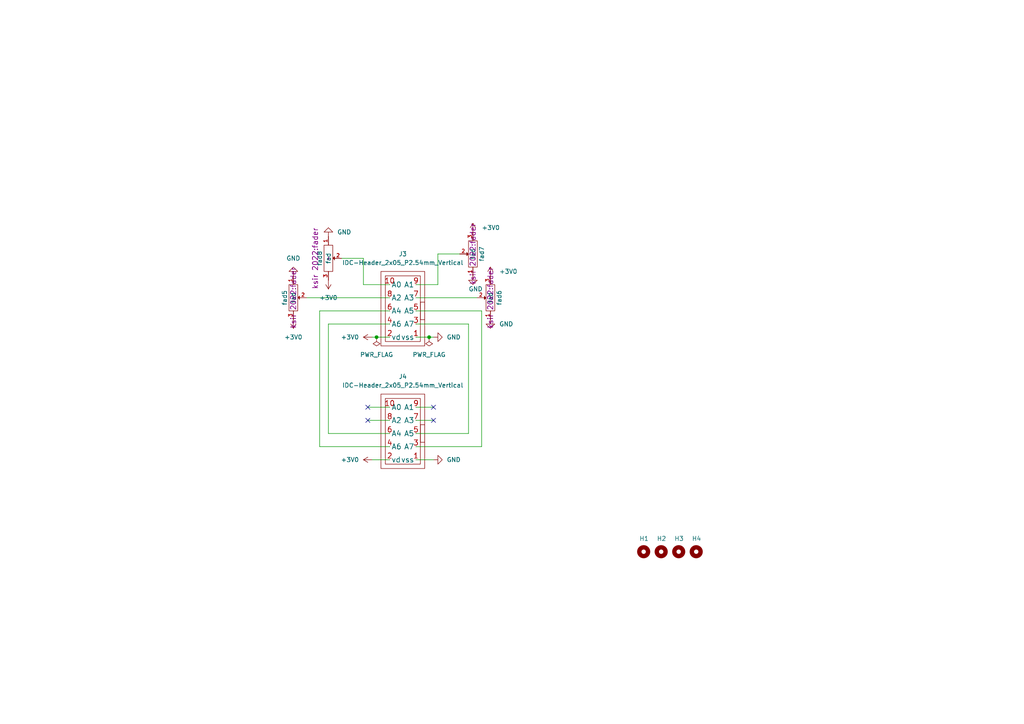
<source format=kicad_sch>
(kicad_sch (version 20230121) (generator eeschema)
  (paper "A4")
  (lib_symbols
    (symbol "IDC-Header_2x05_P2.54mm_Vertical_1"
      (property "Reference" "J*" (at 0 12.7 0))
      (property "Value" "IDC-Header_2x05_P2.54mm_Vertical_1" (at 0 -11.43 0))
      (symbol "IDC-Header_2x05_P2.54mm_Vertical_1_0_1"
        (rectangle (start -6.35 -10.16) (end 6.35 11.43))
        (rectangle (start -5.08 -8.89) (end 5.08 10.16))
        (rectangle (start 5.08 -2.54) (end 6.35 2.54))
      )
      (symbol "IDC-Header_2x05_P2.54mm_Vertical_1_1_1"
        (pin passive line (at 3.81 -7.62 180) (length 0) (name "vss") (number "1"))
        (pin passive line (at -3.81 7.62 0) (length 0) (name "A0") (number "10"))
        (pin passive line (at -3.81 -7.62 0) (length 0) (name "vd") (number "2"))
        (pin passive line (at 3.81 -3.81 180) (length 0) (name "A7") (number "3"))
        (pin passive line (at -3.81 -3.81 0) (length 0) (name "A6") (number "4"))
        (pin passive line (at 3.81 0 180) (length 0) (name "A5") (number "5"))
        (pin passive line (at -3.81 0 0) (length 0) (name "A4") (number "6"))
        (pin passive line (at 3.81 3.81 180) (length 0) (name "A3") (number "7"))
        (pin passive line (at -3.81 3.81 0) (length 0) (name "A2") (number "8"))
        (pin passive line (at 3.81 7.62 180) (length 0) (name "A1") (number "9"))
      )
    )
    (symbol "Mechanical:MountingHole" (pin_names (offset 1.016))
      (property "Reference" "H" (at 0 5.08 0))
      (property "Value" "MountingHole" (at 0 3.175 0))
      (symbol "MountingHole_0_1"
        (circle (center 0 0) (radius 1.27) (stroke (width 1.27)))
      )
    )
    (symbol "ksir_2023:IDC-Header_2x05_P2.54mm_Vertical"
      (property "Reference" "J*" (at 0 12.7 0))
      (property "Value" "IDC-Header_2x05_P2.54mm_Vertical" (at 0 -11.43 0))
      (symbol "IDC-Header_2x05_P2.54mm_Vertical_0_1"
        (rectangle (start -6.35 -10.16) (end 6.35 11.43))
        (rectangle (start -5.08 -8.89) (end 5.08 10.16))
        (rectangle (start 5.08 -2.54) (end 6.35 2.54))
      )
      (symbol "IDC-Header_2x05_P2.54mm_Vertical_1_1"
        (pin passive line (at 3.81 -7.62 180) (length 0) (name "vss") (number "1"))
        (pin passive line (at -3.81 7.62 0) (length 0) (name "A0") (number "10"))
        (pin passive line (at -3.81 -7.62 0) (length 0) (name "vd") (number "2"))
        (pin passive line (at 3.81 -3.81 180) (length 0) (name "A7") (number "3"))
        (pin passive line (at -3.81 -3.81 0) (length 0) (name "A6") (number "4"))
        (pin passive line (at 3.81 0 180) (length 0) (name "A5") (number "5"))
        (pin passive line (at -3.81 0 0) (length 0) (name "A4") (number "6"))
        (pin passive line (at 3.81 3.81 180) (length 0) (name "A3") (number "7"))
        (pin passive line (at -3.81 3.81 0) (length 0) (name "A2") (number "8"))
        (pin passive line (at 3.81 7.62 180) (length 0) (name "A1") (number "9"))
      )
    )
    (symbol "midibox-rescue:POTA" (pin_names (offset 1.016) hide)
      (property "Reference" "pot" (at 0 -2.54 0))
      (property "Value" "POTA" (at 0 0 0))
      (symbol "POTA_0_1"
        (rectangle (start -3.81 1.27) (end 3.81 -1.27))
        (polyline (pts (xy 0 1.27) (xy -0.508 1.778) (xy 0.508 1.778)) (fill (type outline)))
      )
      (symbol "POTA_1_1"
        (pin passive line (at -6.35 0 0) (length 2.54) (name "vss_masse") (number "1"))
        (pin passive line (at 0 3.81 270) (length 2.032) (name "2") (number "2"))
        (pin passive line (at 6.35 0 180) (length 2.54) (name "vd") (number "3"))
      )
    )
    (symbol "power:+3V0" (power) (pin_names (offset 0))
      (property "Value" "+3V0" (at 0 3.556 0))
      (symbol "+3V0_0_1"
        (polyline (pts (xy -0.762 1.27) (xy 0 2.54)))
        (polyline (pts (xy 0 0) (xy 0 2.54)))
        (polyline (pts (xy 0 2.54) (xy 0.762 1.27)))
      )
      (symbol "+3V0_1_1"
        (pin power_in line (at 0 0 90) (length 0) hide (name "+3V0") (number "1"))
      )
    )
    (symbol "power:GND" (power) (pin_names (offset 0))
      (property "Value" "GND" (at 0 -3.81 0))
      (symbol "GND_0_1"
        (polyline (pts (xy 0 0) (xy 0 -1.27) (xy 1.27 -1.27) (xy 0 -2.54) (xy -1.27 -1.27) (xy 0 -1.27)))
      )
      (symbol "GND_1_1"
        (pin power_in line (at 0 0 270) (length 0) hide (name "GND") (number "1"))
      )
    )
    (symbol "power:PWR_FLAG" (power) (pin_numbers hide) (pin_names (offset 0) hide)
      (property "Value" "PWR_FLAG" (at 0 3.81 0))
      (symbol "PWR_FLAG_0_0"
        (pin power_out line (at 0 0 90) (length 0) (name "pwr") (number "1"))
      )
      (symbol "PWR_FLAG_0_1"
        (polyline (pts (xy 0 0) (xy 0 1.27) (xy -1.016 1.905) (xy 0 2.54) (xy 1.016 1.905) (xy 0 1.27)))
      )
    )
  )
  (junction (at 109.22 97.79))
  (junction (at 124.46 97.79))
  (no_connect (at 106.68 118.11))
  (no_connect (at 106.68 121.92))
  (no_connect (at 125.73 121.92))
  (no_connect (at 125.73 118.11))
  (wire (pts (xy 105.41 74.93) (xy 105.41 82.55)))
  (wire (pts (xy 139.7 129.54) (xy 139.7 90.17)))
  (wire (pts (xy 92.71 90.17) (xy 92.71 129.54)))
  (wire (pts (xy 139.7 90.17) (xy 120.65 90.17)))
  (wire (pts (xy 127 73.66) (xy 133.35 73.66)))
  (wire (pts (xy 107.95 97.79) (xy 109.22 97.79)))
  (wire (pts (xy 106.68 121.92) (xy 113.03 121.92)))
  (wire (pts (xy 120.65 129.54) (xy 139.7 129.54)))
  (wire (pts (xy 88.9 86.36) (xy 113.03 86.36)))
  (wire (pts (xy 135.89 125.73) (xy 120.65 125.73)))
  (wire (pts (xy 106.68 118.11) (xy 113.03 118.11)))
  (wire (pts (xy 113.03 93.98) (xy 95.25 93.98)))
  (wire (pts (xy 135.89 93.98) (xy 135.89 125.73)))
  (wire (pts (xy 120.65 93.98) (xy 135.89 93.98)))
  (wire (pts (xy 124.46 97.79) (xy 120.65 97.79)))
  (wire (pts (xy 127 82.55) (xy 127 73.66)))
  (wire (pts (xy 120.65 82.55) (xy 127 82.55)))
  (wire (pts (xy 92.71 129.54) (xy 113.03 129.54)))
  (wire (pts (xy 120.65 118.11) (xy 125.73 118.11)))
  (wire (pts (xy 95.25 125.73) (xy 113.03 125.73)))
  (wire (pts (xy 109.22 97.79) (xy 113.03 97.79)))
  (wire (pts (xy 95.25 93.98) (xy 95.25 125.73)))
  (wire (pts (xy 105.41 82.55) (xy 113.03 82.55)))
  (wire (pts (xy 107.95 133.35) (xy 113.03 133.35)))
  (wire (pts (xy 120.65 121.92) (xy 125.73 121.92)))
  (wire (pts (xy 120.65 86.36) (xy 138.43 86.36)))
  (wire (pts (xy 113.03 90.17) (xy 92.71 90.17)))
  (wire (pts (xy 125.73 133.35) (xy 120.65 133.35)))
  (wire (pts (xy 125.73 97.79) (xy 124.46 97.79)))
  (wire (pts (xy 99.06 74.93) (xy 105.41 74.93)))
  (symbol (lib_id "power:GND") (at 125.73 97.79 90) (unit 1)
    (property "Reference" "#PWR0108" (effects hide))
    (property "Value" "GND" (at 129.54 97.7899 90) (effects (justify right)))
  )
  (symbol (lib_id "power:PWR_FLAG") (at 109.22 97.79 180) (unit 1)
    (property "Reference" "#FLG02" (effects hide))
    (property "Value" "PWR_FLAG" (at 109.22 102.87 0))
  )
  (symbol (lib_id "power:+3V0") (at 85.09 92.71 180) (unit 1)
    (property "Reference" "#PWR0107" (effects hide))
    (property "Value" "+3V0" (at 85.09 97.79 0))
  )
  (symbol (lib_id "Mechanical:MountingHole") (at 196.85 160.02 0) (unit 1)
    (property "Reference" "H3" (at 195.58 156.21 0) (effects (justify left)))
    (property "Value" "MountingHole" (effects hide))
    (property "Footprint" "MountingHole:MountingHole_3.2mm_M3" (effects hide))
  )
  (symbol (lib_id "midibox-rescue:POTA") (at 137.16 73.66 90) (unit 1)
    (property "Reference" "fad7" (at 139.7 73.66 0))
    (property "Value" "fad" (at 137.16 73.66 0))
    (property "Footprint" "ksir 2022:fader" (at 137.16 73.66 0) (effects (font (size 1.524 1.524))))
    (property "Datasheet" "~" (at 137.16 73.66 0) (effects (font (size 1.524 1.524))))
  )
  (symbol (lib_id "midibox-rescue:POTA") (at 95.25 74.93 270) (unit 1)
    (property "Reference" "fad8" (at 92.71 74.93 0))
    (property "Value" "fad" (at 95.25 74.93 0))
    (property "Footprint" "ksir 2022:fader" (at 91.44 74.93 0) (effects (font (size 1.524 1.524))))
    (property "Datasheet" "~" (at 95.25 74.93 0) (effects (font (size 1.524 1.524))))
  )
  (symbol (lib_id "power:GND") (at 125.73 133.35 90) (unit 1)
    (property "Reference" "#PWR0104" (effects hide))
    (property "Value" "GND" (at 129.54 133.3499 90) (effects (justify right)))
  )
  (symbol (lib_id "power:+3V0") (at 137.16 67.31 0) (unit 1)
    (property "Reference" "#PWR0109" (effects hide))
    (property "Value" "+3V0" (at 139.7 66.0399 0) (effects (justify left)))
  )
  (symbol (lib_id "Mechanical:MountingHole") (at 191.77 160.02 0) (unit 1)
    (property "Reference" "H2" (at 190.5 156.21 0) (effects (justify left)))
    (property "Value" "MountingHole" (effects hide))
    (property "Footprint" "MountingHole:MountingHole_3.2mm_M3" (effects hide))
  )
  (symbol (lib_id "power:+3V0") (at 95.25 81.28 180) (unit 1)
    (property "Reference" "#PWR0102" (effects hide))
    (property "Value" "+3V0" (at 95.25 86.36 0))
  )
  (symbol (lib_id "power:PWR_FLAG") (at 124.46 97.79 180) (unit 1)
    (property "Reference" "#FLG01" (effects hide))
    (property "Value" "PWR_FLAG" (at 124.46 102.87 0))
  )
  (symbol (lib_id "power:+3V0") (at 107.95 97.79 90) (unit 1)
    (property "Reference" "#PWR0106" (effects hide))
    (property "Value" "+3V0" (at 104.14 97.7899 90) (effects (justify left)))
  )
  (symbol (lib_id "power:+3V0") (at 142.24 80.01 0) (unit 1)
    (property "Reference" "#PWR0111" (effects hide))
    (property "Value" "+3V0" (at 144.78 78.7399 0) (effects (justify left)))
  )
  (symbol (lib_id "midibox-rescue:POTA") (at 85.09 86.36 270) (unit 1)
    (property "Reference" "fad5" (at 82.55 86.36 0))
    (property "Value" "fad" (at 85.09 86.36 0))
    (property "Footprint" "ksir 2022:fader" (at 85.09 86.36 0) (effects (font (size 1.524 1.524))))
    (property "Datasheet" "~" (at 85.09 86.36 0) (effects (font (size 1.524 1.524))))
  )
  (symbol (lib_name "IDC-Header_2x05_P2.54mm_Vertical_1") (lib_id "ksir_2023:IDC-Header_2x05_P2.54mm_Vertical") (at 116.84 90.17 0) (unit 1)
    (property "Reference" "J3" (at 116.84 73.66 0))
    (property "Value" "IDC-Header_2x05_P2.54mm_Vertical" (at 116.84 76.2 0))
    (property "Footprint" "Connector_IDC:IDC-Header_2x05_P2.54mm_Vertical" (effects hide))
  )
  (symbol (lib_id "Mechanical:MountingHole") (at 186.69 160.02 0) (unit 1)
    (property "Reference" "H1" (at 185.42 156.21 0) (effects (justify left)))
    (property "Value" "MountingHole" (effects hide))
    (property "Footprint" "MountingHole:MountingHole_3.2mm_M3" (effects hide))
  )
  (symbol (lib_id "power:GND") (at 142.24 92.71 0) (unit 1)
    (property "Reference" "#PWR0110" (effects hide))
    (property "Value" "GND" (at 144.78 93.9799 0) (effects (justify left)))
  )
  (symbol (lib_id "ksir_2023:IDC-Header_2x05_P2.54mm_Vertical") (at 116.84 125.73 0) (unit 1)
    (property "Reference" "J4" (at 116.84 109.22 0))
    (property "Value" "IDC-Header_2x05_P2.54mm_Vertical" (at 116.84 111.76 0))
    (property "Footprint" "Connector_IDC:IDC-Header_2x05_P2.54mm_Vertical" (effects hide))
  )
  (symbol (lib_id "power:GND") (at 85.09 80.01 180) (unit 1)
    (property "Reference" "#PWR0101" (effects hide))
    (property "Value" "GND" (at 85.09 74.93 0))
  )
  (symbol (lib_id "power:GND") (at 95.25 68.58 180) (unit 1)
    (property "Reference" "#PWR0103" (effects hide))
    (property "Value" "GND" (at 97.79 67.3099 0) (effects (justify right)))
  )
  (symbol (lib_id "power:GND") (at 137.16 80.01 0) (unit 1)
    (property "Reference" "#PWR01" (effects hide))
    (property "Value" "GND" (at 135.89 83.82 0) (effects (justify left)))
  )
  (symbol (lib_id "power:+3V0") (at 107.95 133.35 90) (unit 1)
    (property "Reference" "#PWR0105" (effects hide))
    (property "Value" "+3V0" (at 104.14 133.3499 90) (effects (justify left)))
  )
  (symbol (lib_id "Mechanical:MountingHole") (at 201.93 160.02 0) (unit 1)
    (property "Reference" "H4" (at 200.66 156.21 0) (effects (justify left)))
    (property "Value" "MountingHole" (effects hide))
    (property "Footprint" "MountingHole:MountingHole_3.2mm_M3" (effects hide))
  )
  (symbol (lib_id "midibox-rescue:POTA") (at 142.24 86.36 90) (unit 1)
    (property "Reference" "fad6" (at 144.78 86.36 0))
    (property "Value" "fad" (at 142.24 86.36 0))
    (property "Footprint" "ksir 2022:fader" (at 142.24 86.36 0) (effects (font (size 1.524 1.524))))
    (property "Datasheet" "~" (at 142.24 86.36 0) (effects (font (size 1.524 1.524))))
  )
)
</source>
